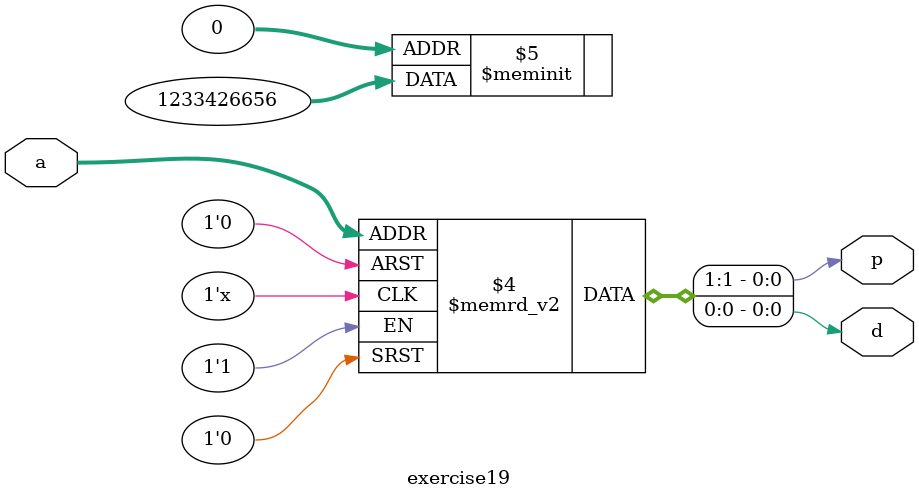
<source format=sv>
module exercise19
(
	input logic [3:0] a,
	output logic p, d
);
	always_comb
		case(a)
			0: {p, d} = 2'b00;
			1: {p, d} = 2'b00;
			2: {p, d} = 2'b10;
			3: {p, d} = 2'b11;
			4: {p, d} = 2'b00;
			5: {p, d} = 2'b10;
			6: {p, d} = 2'b01;
			7: {p, d} = 2'b10;
			8: {p, d} = 2'b00;
			9: {p, d} = 2'b01;
		   10: {p, d} = 2'b00;
		   11: {p, d} = 2'b10;
	       12: {p, d} = 2'b01;
		   13: {p, d} = 2'b10;
		   14: {p, d} = 2'b00;
		   15: {p, d} = 2'b01;
		endcase
endmodule

</source>
